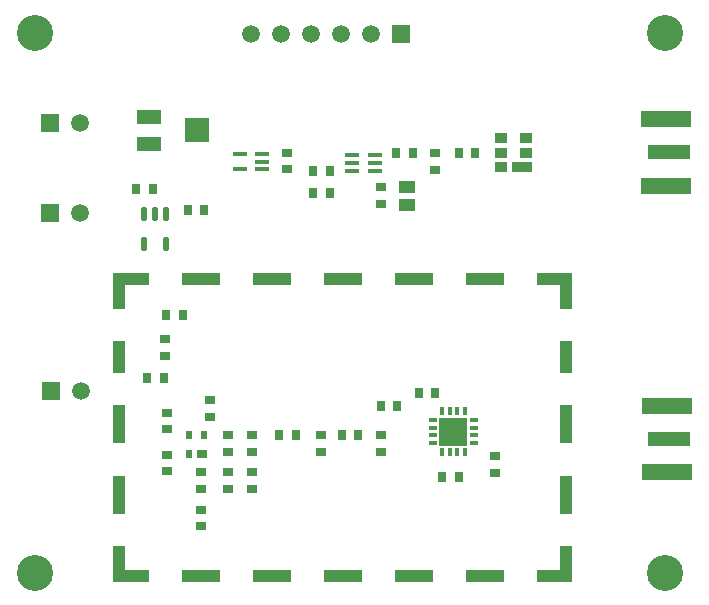
<source format=gbr>
%TF.GenerationSoftware,Altium Limited,Altium Designer,22.6.1 (34)*%
G04 Layer_Color=255*
%FSLAX26Y26*%
%MOIN*%
%TF.SameCoordinates,2B337168-DF0E-4336-AB3C-9C7F5D13073F*%
%TF.FilePolarity,Positive*%
%TF.FileFunction,Pads,Top*%
%TF.Part,Single*%
G01*
G75*
%TA.AperFunction,SMDPad,CuDef*%
%ADD10R,0.118110X0.039370*%
%ADD11R,0.039370X0.120079*%
%ADD12R,0.039370X0.129921*%
%ADD13R,0.039370X0.106299*%
%ADD14R,0.129921X0.039370*%
%ADD15R,0.094488X0.094488*%
G04:AMPARAMS|DCode=16|XSize=16.535mil|YSize=25.591mil|CornerRadius=4.134mil|HoleSize=0mil|Usage=FLASHONLY|Rotation=0.000|XOffset=0mil|YOffset=0mil|HoleType=Round|Shape=RoundedRectangle|*
%AMROUNDEDRECTD16*
21,1,0.016535,0.017323,0,0,0.0*
21,1,0.008268,0.025591,0,0,0.0*
1,1,0.008268,0.004134,-0.008662*
1,1,0.008268,-0.004134,-0.008662*
1,1,0.008268,-0.004134,0.008662*
1,1,0.008268,0.004134,0.008662*
%
%ADD16ROUNDEDRECTD16*%
G04:AMPARAMS|DCode=17|XSize=16.535mil|YSize=25.591mil|CornerRadius=4.134mil|HoleSize=0mil|Usage=FLASHONLY|Rotation=90.000|XOffset=0mil|YOffset=0mil|HoleType=Round|Shape=RoundedRectangle|*
%AMROUNDEDRECTD17*
21,1,0.016535,0.017323,0,0,90.0*
21,1,0.008268,0.025591,0,0,90.0*
1,1,0.008268,0.008662,0.004134*
1,1,0.008268,0.008662,-0.004134*
1,1,0.008268,-0.008662,-0.004134*
1,1,0.008268,-0.008662,0.004134*
%
%ADD17ROUNDEDRECTD17*%
%TA.AperFunction,ConnectorPad*%
%ADD18R,0.141732X0.050000*%
%ADD19R,0.165354X0.053150*%
%TA.AperFunction,SMDPad,CuDef*%
%ADD20R,0.035433X0.031496*%
%ADD21R,0.031496X0.035433*%
%ADD22R,0.023622X0.031496*%
%ADD23R,0.066929X0.031890*%
%ADD24R,0.041339X0.031890*%
G04:AMPARAMS|DCode=25|XSize=46.85mil|YSize=15.748mil|CornerRadius=1.968mil|HoleSize=0mil|Usage=FLASHONLY|Rotation=180.000|XOffset=0mil|YOffset=0mil|HoleType=Round|Shape=RoundedRectangle|*
%AMROUNDEDRECTD25*
21,1,0.046850,0.011811,0,0,180.0*
21,1,0.042913,0.015748,0,0,180.0*
1,1,0.003937,-0.021457,0.005906*
1,1,0.003937,0.021457,0.005906*
1,1,0.003937,0.021457,-0.005906*
1,1,0.003937,-0.021457,-0.005906*
%
%ADD25ROUNDEDRECTD25*%
%ADD26R,0.046110X0.013811*%
%ADD27R,0.055118X0.043307*%
G04:AMPARAMS|DCode=28|XSize=47.638mil|YSize=23.228mil|CornerRadius=5.807mil|HoleSize=0mil|Usage=FLASHONLY|Rotation=270.000|XOffset=0mil|YOffset=0mil|HoleType=Round|Shape=RoundedRectangle|*
%AMROUNDEDRECTD28*
21,1,0.047638,0.011614,0,0,270.0*
21,1,0.036024,0.023228,0,0,270.0*
1,1,0.011614,-0.005807,-0.018012*
1,1,0.011614,-0.005807,0.018012*
1,1,0.011614,0.005807,0.018012*
1,1,0.011614,0.005807,-0.018012*
%
%ADD28ROUNDEDRECTD28*%
%ADD29R,0.078740X0.051181*%
%ADD30R,0.078740X0.078740*%
%TA.AperFunction,ComponentPad*%
%ADD36R,0.059055X0.059055*%
%ADD37C,0.059055*%
%TA.AperFunction,WasherPad*%
%ADD38C,0.120000*%
D10*
X2830315Y887874D02*
D03*
Y1880000D02*
D03*
X1424803D02*
D03*
Y887874D02*
D03*
D11*
X2871654Y928228D02*
D03*
Y1839646D02*
D03*
X1379528D02*
D03*
Y928228D02*
D03*
D12*
X2871654Y1159528D02*
D03*
Y1395748D02*
D03*
X1379528D02*
D03*
Y1159528D02*
D03*
D13*
X2871654Y1620158D02*
D03*
X1379528D02*
D03*
D14*
X2600000Y1880000D02*
D03*
X2363780D02*
D03*
X2127559D02*
D03*
X1891339D02*
D03*
X1655118D02*
D03*
Y887874D02*
D03*
X1891339D02*
D03*
X2127559D02*
D03*
X2363780D02*
D03*
X2600000D02*
D03*
D15*
X2495000Y1370000D02*
D03*
D16*
X2456614Y1437913D02*
D03*
X2482205D02*
D03*
X2507795D02*
D03*
X2533386D02*
D03*
Y1302087D02*
D03*
X2507795D02*
D03*
X2482205D02*
D03*
X2456614D02*
D03*
D17*
X2562913Y1408386D02*
D03*
Y1382795D02*
D03*
Y1357205D02*
D03*
Y1331614D02*
D03*
X2427087D02*
D03*
Y1357205D02*
D03*
Y1382795D02*
D03*
Y1408386D02*
D03*
D18*
X3215000Y1345000D02*
D03*
X3212874Y2301220D02*
D03*
D19*
X3207126Y1233780D02*
D03*
Y1456220D02*
D03*
X3205000Y2190000D02*
D03*
Y2412441D02*
D03*
D20*
X1655000Y1235000D02*
D03*
Y1179882D02*
D03*
X1540000Y1292559D02*
D03*
Y1237441D02*
D03*
Y1432559D02*
D03*
Y1377441D02*
D03*
X1655000Y1110118D02*
D03*
Y1055000D02*
D03*
X1535000Y1622441D02*
D03*
Y1677559D02*
D03*
X1657803Y1296494D02*
D03*
X1685000Y1475000D02*
D03*
Y1419882D02*
D03*
X1745000Y1235000D02*
D03*
Y1179882D02*
D03*
X1745000Y1357559D02*
D03*
Y1302441D02*
D03*
X1825000Y1357559D02*
D03*
Y1302441D02*
D03*
X2255000Y1357559D02*
D03*
Y1302441D02*
D03*
X2635000Y1232441D02*
D03*
Y1287559D02*
D03*
X1825000Y1235118D02*
D03*
Y1180000D02*
D03*
X2055000Y1357559D02*
D03*
Y1302441D02*
D03*
X1940000Y2300000D02*
D03*
Y2244882D02*
D03*
X2255000Y2129882D02*
D03*
Y2185000D02*
D03*
X2435000Y2242441D02*
D03*
Y2297559D02*
D03*
D21*
X1530000Y1550000D02*
D03*
X1474882D02*
D03*
X1537441Y1760000D02*
D03*
X1592559D02*
D03*
X1915000Y1360000D02*
D03*
X1970118D02*
D03*
X2307559Y1455000D02*
D03*
X2252441D02*
D03*
X2512559Y1220000D02*
D03*
X2457441D02*
D03*
X2379882Y1500000D02*
D03*
X2435000D02*
D03*
X2177559Y1360000D02*
D03*
X2122441D02*
D03*
X2567559Y2300000D02*
D03*
X2512441D02*
D03*
X2027441Y2165000D02*
D03*
X2082559D02*
D03*
X2082559Y2240000D02*
D03*
X2027441D02*
D03*
X1492559Y2180000D02*
D03*
X1437441D02*
D03*
X2360118Y2300000D02*
D03*
X2305000D02*
D03*
X1665118Y2110000D02*
D03*
X1610000D02*
D03*
D22*
X1612527Y1359486D02*
D03*
X1663709D02*
D03*
X1612527Y1296494D02*
D03*
D23*
X2724528Y2252953D02*
D03*
D24*
X2737323Y2300000D02*
D03*
Y2347047D02*
D03*
X2652677D02*
D03*
Y2300000D02*
D03*
Y2252953D02*
D03*
D25*
X1857795Y2244409D02*
D03*
Y2270000D02*
D03*
Y2295591D02*
D03*
X1782205D02*
D03*
Y2244409D02*
D03*
D26*
X2156811Y2290591D02*
D03*
Y2265000D02*
D03*
Y2239409D02*
D03*
X2233189D02*
D03*
Y2265000D02*
D03*
Y2290591D02*
D03*
D27*
X2340000Y2184528D02*
D03*
Y2125472D02*
D03*
D28*
X1537402Y1995591D02*
D03*
X1462598D02*
D03*
Y2094409D02*
D03*
X1500000D02*
D03*
X1537402D02*
D03*
D29*
X1481260Y2329724D02*
D03*
Y2420276D02*
D03*
D30*
X1638740Y2375000D02*
D03*
D36*
X1152450Y1505000D02*
D03*
X2320000Y2695000D02*
D03*
X1150000Y2100000D02*
D03*
Y2400000D02*
D03*
D37*
X1252450Y1505000D02*
D03*
X2220000Y2695000D02*
D03*
X2120000D02*
D03*
X2020000D02*
D03*
X1920000D02*
D03*
X1820000D02*
D03*
X1250000Y2100000D02*
D03*
Y2400000D02*
D03*
D38*
X1100000Y2700000D02*
D03*
Y900000D02*
D03*
X3200000D02*
D03*
Y2700000D02*
D03*
%TF.MD5,97272593ae1459afa9a343a8de2c563b*%
M02*

</source>
